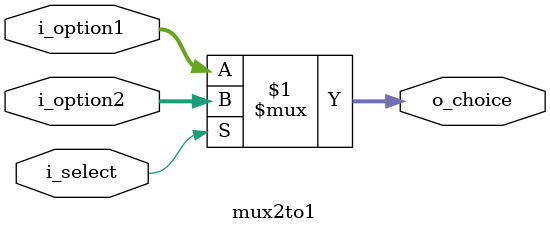
<source format=v>
`timescale 1ns / 1ps

module  mux2to1 #
                (
                    parameter DATA_WIDTH    = 32
                )
                (
                    input  [DATA_WIDTH-1:0] i_option1,
                    input  [DATA_WIDTH-1:0] i_option2,
                    input  i_select,
                    output [DATA_WIDTH-1:0] o_choice
                );
                
    assign o_choice = i_select ? i_option2 : i_option1;

endmodule  //mux2to1
</source>
